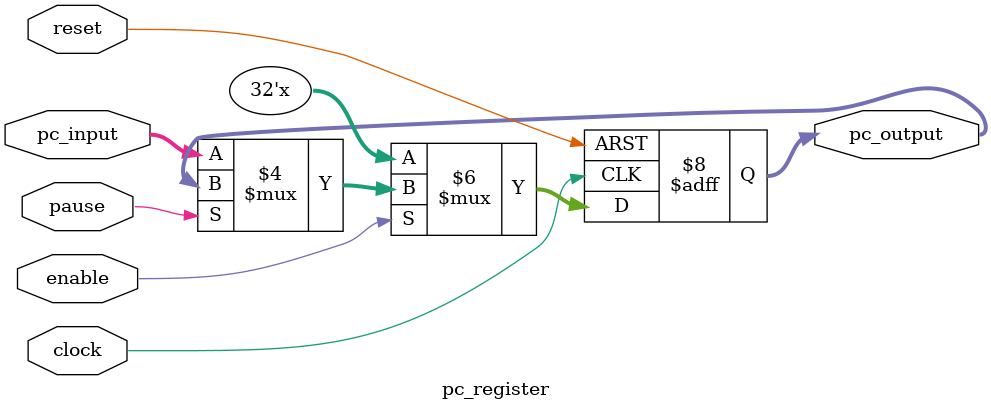
<source format=v>
`timescale 1ns / 1ps

module pc_register(
    input               clock,
    input               enable,
    input               reset,
    input               pause,
    input      [31:0]   pc_input,
    output reg [31:0]   pc_output
    );
    
    always@(posedge clock or posedge reset)
    begin
        if(reset)
        begin
            pc_output <= 32'h00400000;
        end
        else if(enable)
        begin
            if(pause)
            begin
                pc_output <= pc_output;
            end
            else
            begin
                pc_output <= pc_input;
            end
        end
        else
        begin
            pc_output <= 32'bz;
        end
    end
    
endmodule

</source>
